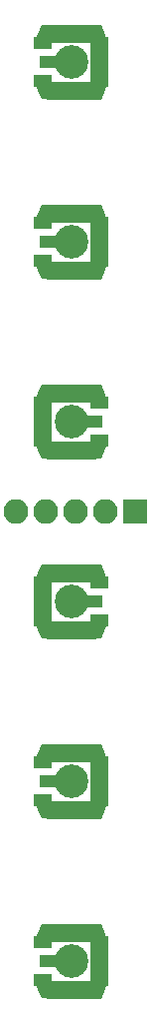
<source format=gts>
G04 #@! TF.FileFunction,Soldermask,Top*
%FSLAX46Y46*%
G04 Gerber Fmt 4.6, Leading zero omitted, Abs format (unit mm)*
G04 Created by KiCad (PCBNEW 4.0.7) date 02/21/18 20:26:29*
%MOMM*%
%LPD*%
G01*
G04 APERTURE LIST*
%ADD10C,0.100000*%
%ADD11R,2.100000X2.100000*%
%ADD12O,2.100000X2.100000*%
%ADD13R,1.490000X1.008000*%
%ADD14R,4.320000X1.490000*%
%ADD15C,2.850000*%
%ADD16R,2.850000X1.040000*%
%ADD17R,1.490000X4.320000*%
G04 APERTURE END LIST*
D10*
D11*
X142320000Y-97340000D03*
D12*
X139780000Y-97340000D03*
X137240000Y-97340000D03*
X134700000Y-97340000D03*
X132160000Y-97340000D03*
D10*
G36*
X133707500Y-57575001D02*
X134332500Y-56085001D01*
X135107500Y-56085001D01*
X135732500Y-57575001D01*
X133707500Y-57575001D01*
X133707500Y-57575001D01*
G37*
G36*
X138007500Y-57575001D02*
X138632500Y-56085001D01*
X139407500Y-56085001D01*
X140032500Y-57575001D01*
X138007500Y-57575001D01*
X138007500Y-57575001D01*
G37*
G36*
X135732500Y-60885001D02*
X135107500Y-62375001D01*
X134332500Y-62375001D01*
X133707500Y-60885001D01*
X135732500Y-60885001D01*
X135732500Y-60885001D01*
G37*
D13*
X134470000Y-57630001D03*
D14*
X136870000Y-61645001D03*
D15*
X136870000Y-59230001D03*
D16*
X135620000Y-59230001D03*
D14*
X136870000Y-56815001D03*
D17*
X139285000Y-59230001D03*
D13*
X134470000Y-60830001D03*
D10*
G36*
X140032500Y-60935001D02*
X139407500Y-62425001D01*
X138632500Y-62425001D01*
X138007500Y-60935001D01*
X140032500Y-60935001D01*
X140032500Y-60935001D01*
G37*
G36*
X133707500Y-72815001D02*
X134332500Y-71325001D01*
X135107500Y-71325001D01*
X135732500Y-72815001D01*
X133707500Y-72815001D01*
X133707500Y-72815001D01*
G37*
G36*
X138007500Y-72815001D02*
X138632500Y-71325001D01*
X139407500Y-71325001D01*
X140032500Y-72815001D01*
X138007500Y-72815001D01*
X138007500Y-72815001D01*
G37*
G36*
X135732500Y-76125001D02*
X135107500Y-77615001D01*
X134332500Y-77615001D01*
X133707500Y-76125001D01*
X135732500Y-76125001D01*
X135732500Y-76125001D01*
G37*
D13*
X134470000Y-72870001D03*
D14*
X136870000Y-76885001D03*
D15*
X136870000Y-74470001D03*
D16*
X135620000Y-74470001D03*
D14*
X136870000Y-72055001D03*
D17*
X139285000Y-74470001D03*
D13*
X134470000Y-76070001D03*
D10*
G36*
X140032500Y-76175001D02*
X139407500Y-77665001D01*
X138632500Y-77665001D01*
X138007500Y-76175001D01*
X140032500Y-76175001D01*
X140032500Y-76175001D01*
G37*
G36*
X140032500Y-91365001D02*
X139407500Y-92855001D01*
X138632500Y-92855001D01*
X138007500Y-91365001D01*
X140032500Y-91365001D01*
X140032500Y-91365001D01*
G37*
G36*
X135732500Y-91365001D02*
X135107500Y-92855001D01*
X134332500Y-92855001D01*
X133707500Y-91365001D01*
X135732500Y-91365001D01*
X135732500Y-91365001D01*
G37*
G36*
X138007500Y-88055001D02*
X138632500Y-86565001D01*
X139407500Y-86565001D01*
X140032500Y-88055001D01*
X138007500Y-88055001D01*
X138007500Y-88055001D01*
G37*
D13*
X139270000Y-91310001D03*
D14*
X136870000Y-87295001D03*
D15*
X136870000Y-89710001D03*
D16*
X138120000Y-89710001D03*
D14*
X136870000Y-92125001D03*
D17*
X134455000Y-89710001D03*
D13*
X139270000Y-88110001D03*
D10*
G36*
X133707500Y-88005001D02*
X134332500Y-86515001D01*
X135107500Y-86515001D01*
X135732500Y-88005001D01*
X133707500Y-88005001D01*
X133707500Y-88005001D01*
G37*
G36*
X140032500Y-106605001D02*
X139407500Y-108095001D01*
X138632500Y-108095001D01*
X138007500Y-106605001D01*
X140032500Y-106605001D01*
X140032500Y-106605001D01*
G37*
G36*
X135732500Y-106605001D02*
X135107500Y-108095001D01*
X134332500Y-108095001D01*
X133707500Y-106605001D01*
X135732500Y-106605001D01*
X135732500Y-106605001D01*
G37*
G36*
X138007500Y-103295001D02*
X138632500Y-101805001D01*
X139407500Y-101805001D01*
X140032500Y-103295001D01*
X138007500Y-103295001D01*
X138007500Y-103295001D01*
G37*
D13*
X139270000Y-106550001D03*
D14*
X136870000Y-102535001D03*
D15*
X136870000Y-104950001D03*
D16*
X138120000Y-104950001D03*
D14*
X136870000Y-107365001D03*
D17*
X134455000Y-104950001D03*
D13*
X139270000Y-103350001D03*
D10*
G36*
X133707500Y-103245001D02*
X134332500Y-101755001D01*
X135107500Y-101755001D01*
X135732500Y-103245001D01*
X133707500Y-103245001D01*
X133707500Y-103245001D01*
G37*
G36*
X133707500Y-118535001D02*
X134332500Y-117045001D01*
X135107500Y-117045001D01*
X135732500Y-118535001D01*
X133707500Y-118535001D01*
X133707500Y-118535001D01*
G37*
G36*
X138007500Y-118535001D02*
X138632500Y-117045001D01*
X139407500Y-117045001D01*
X140032500Y-118535001D01*
X138007500Y-118535001D01*
X138007500Y-118535001D01*
G37*
G36*
X135732500Y-121845001D02*
X135107500Y-123335001D01*
X134332500Y-123335001D01*
X133707500Y-121845001D01*
X135732500Y-121845001D01*
X135732500Y-121845001D01*
G37*
D13*
X134470000Y-118590001D03*
D14*
X136870000Y-122605001D03*
D15*
X136870000Y-120190001D03*
D16*
X135620000Y-120190001D03*
D14*
X136870000Y-117775001D03*
D17*
X139285000Y-120190001D03*
D13*
X134470000Y-121790001D03*
D10*
G36*
X140032500Y-121895001D02*
X139407500Y-123385001D01*
X138632500Y-123385001D01*
X138007500Y-121895001D01*
X140032500Y-121895001D01*
X140032500Y-121895001D01*
G37*
G36*
X133707500Y-133775001D02*
X134332500Y-132285001D01*
X135107500Y-132285001D01*
X135732500Y-133775001D01*
X133707500Y-133775001D01*
X133707500Y-133775001D01*
G37*
G36*
X138007500Y-133775001D02*
X138632500Y-132285001D01*
X139407500Y-132285001D01*
X140032500Y-133775001D01*
X138007500Y-133775001D01*
X138007500Y-133775001D01*
G37*
G36*
X135732500Y-137085001D02*
X135107500Y-138575001D01*
X134332500Y-138575001D01*
X133707500Y-137085001D01*
X135732500Y-137085001D01*
X135732500Y-137085001D01*
G37*
D13*
X134470000Y-133830001D03*
D14*
X136870000Y-137845001D03*
D15*
X136870000Y-135430001D03*
D16*
X135620000Y-135430001D03*
D14*
X136870000Y-133015001D03*
D17*
X139285000Y-135430001D03*
D13*
X134470000Y-137030001D03*
D10*
G36*
X140032500Y-137135001D02*
X139407500Y-138625001D01*
X138632500Y-138625001D01*
X138007500Y-137135001D01*
X140032500Y-137135001D01*
X140032500Y-137135001D01*
G37*
M02*

</source>
